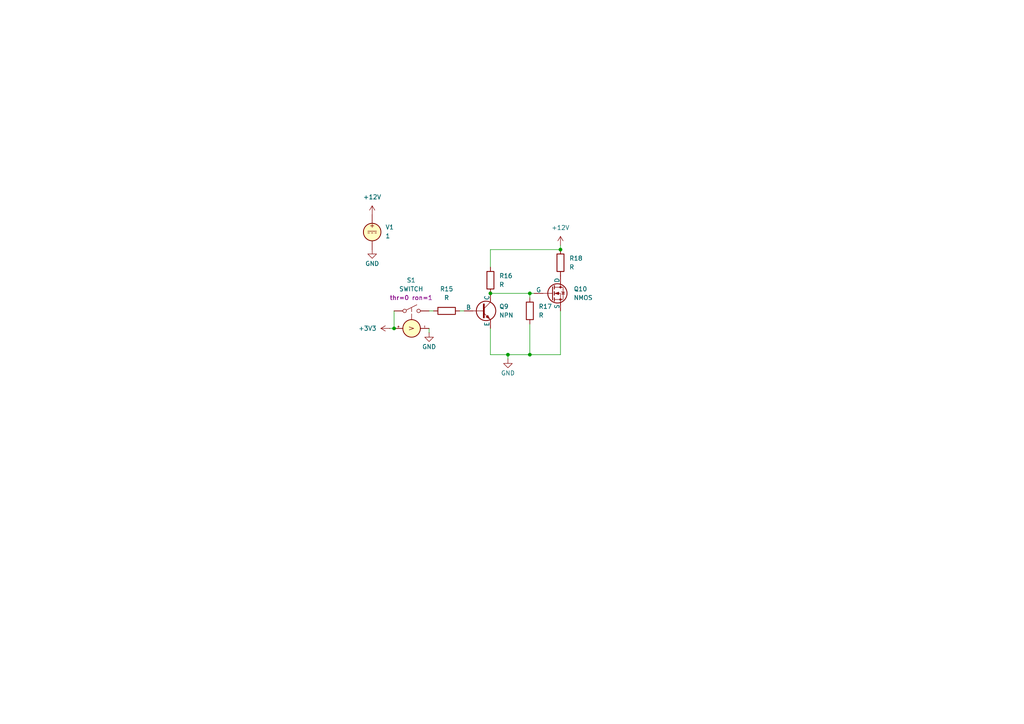
<source format=kicad_sch>
(kicad_sch (version 20231120) (generator "eeschema") (generator_version "8.0")
  (paper "A4")
  (lib_symbols
    (symbol "Device:R" (pin_numbers hide) (pin_names (offset 0))
      (property "Reference" "R" (at 2.032 0 90))
      (property "Value" "R" (at 0 0 90))
      (symbol "R_0_1"
        (rectangle (start -1.016 -2.54) (end 1.016 2.54) (stroke (width 0.254)))
      )
      (symbol "R_1_1"
        (pin passive line (at 0 3.81 270) (length 1.27) (name "~") (number "1"))
        (pin passive line (at 0 -3.81 90) (length 1.27) (name "~") (number "2"))
      )
    )
    (symbol "GND_1" (power) (pin_numbers hide) (pin_names (offset 0) hide)
      (property "Value" "GND" (at 0 -3.81 0))
      (symbol "GND_1_0_1"
        (polyline (pts (xy 0 0) (xy 0 -1.27) (xy 1.27 -1.27) (xy 0 -2.54) (xy -1.27 -1.27) (xy 0 -1.27)))
      )
      (symbol "GND_1_1_1"
        (pin power_in line (at 0 0 270) (length 0) (name "~") (number "1"))
      )
    )
    (symbol "Simulation_SPICE:NMOS" (pin_numbers hide) (pin_names (offset 0))
      (property "Reference" "Q" (at 5.08 1.27 0))
      (property "Value" "NMOS" (at 5.08 -1.27 0))
      (symbol "NMOS_0_1"
        (polyline (pts (xy 0.254 0) (xy -2.54 0)))
        (polyline (pts (xy 0.254 1.905) (xy 0.254 -1.905)) (stroke (width 0.254)))
        (polyline (pts (xy 0.762 -1.27) (xy 0.762 -2.286)) (stroke (width 0.254)))
        (polyline (pts (xy 0.762 0.508) (xy 0.762 -0.508)) (stroke (width 0.254)))
        (polyline (pts (xy 0.762 2.286) (xy 0.762 1.27)) (stroke (width 0.254)))
        (polyline (pts (xy 2.54 2.54) (xy 2.54 1.778)))
        (polyline (pts (xy 2.54 -2.54) (xy 2.54 0) (xy 0.762 0)))
        (polyline (pts (xy 0.762 -1.778) (xy 3.302 -1.778) (xy 3.302 1.778) (xy 0.762 1.778)))
        (polyline (pts (xy 1.016 0) (xy 2.032 0.381) (xy 2.032 -0.381) (xy 1.016 0)) (fill (type outline)))
        (polyline (pts (xy 2.794 0.508) (xy 2.921 0.381) (xy 3.683 0.381) (xy 3.81 0.254)))
        (polyline (pts (xy 3.302 0.381) (xy 2.921 -0.254) (xy 3.683 -0.254) (xy 3.302 0.381)))
        (circle (center 1.651 0) (radius 2.794) (stroke (width 0.254)))
        (circle (center 2.54 -1.778) (radius 0.254) (fill (type outline)))
        (circle (center 2.54 1.778) (radius 0.254) (fill (type outline)))
      )
      (symbol "NMOS_1_1"
        (pin passive line (at 2.54 5.08 270) (length 2.54) (name "D") (number "1"))
        (pin input line (at -5.08 0 0) (length 2.54) (name "G") (number "2"))
        (pin passive line (at 2.54 -5.08 90) (length 2.54) (name "S") (number "3"))
      )
    )
    (symbol "Simulation_SPICE:NPN" (pin_numbers hide) (pin_names (offset 0))
      (property "Reference" "Q" (at -2.54 7.62 0))
      (property "Value" "NPN" (at -2.54 5.08 0))
      (symbol "NPN_0_1"
        (polyline (pts (xy -2.54 0) (xy 0.635 0)) (stroke (width 0.1524)))
        (polyline (pts (xy 0.635 0.635) (xy 2.54 2.54)))
        (polyline (pts (xy 2.794 -1.27) (xy 2.794 -1.27)) (stroke (width 0.1524)))
        (polyline (pts (xy 2.794 -1.27) (xy 2.794 -1.27)) (stroke (width 0.1524)))
        (polyline (pts (xy 0.635 -0.635) (xy 2.54 -2.54) (xy 2.54 -2.54)))
        (polyline (pts (xy 0.635 1.905) (xy 0.635 -1.905) (xy 0.635 -1.905)) (stroke (width 0.508)))
        (polyline (pts (xy 1.27 -1.778) (xy 1.778 -1.27) (xy 2.286 -2.286) (xy 1.27 -1.778) (xy 1.27 -1.778)) (fill (type outline)))
        (circle (center 1.27 0) (radius 2.8194) (stroke (width 0.254)))
      )
      (symbol "NPN_1_1"
        (pin open_collector line (at 2.54 5.08 270) (length 2.54) (name "C") (number "1"))
        (pin input line (at -5.08 0 0) (length 2.54) (name "B") (number "2"))
        (pin open_emitter line (at 2.54 -5.08 90) (length 2.54) (name "E") (number "3"))
      )
    )
    (symbol "Simulation_SPICE:SWITCH" (pin_numbers hide) (pin_names (offset 1.016) hide)
      (property "Reference" "S" (at 2.54 2.54 0))
      (property "Value" "SWITCH" (at 2.54 0 0))
      (property "Sim.Params" "thr=0 ron=1" (at 2.54 -2.54 0))
      (symbol "SWITCH_0_1"
        (circle (center 0 -2.032) (radius 0.508))
        (polyline (pts (xy 0.254 1.524) (xy 1.778 -1.524)))
        (circle (center 0 2.032) (radius 0.508))
      )
      (symbol "SWITCH_1_1"
        (circle (center -5.08 0) (radius 2.54) (stroke (width 0.254)) (fill (type background)))
        (polyline (pts (xy -4.826 -3.81) (xy -4.318 -3.81)))
        (polyline (pts (xy -4.826 3.81) (xy -4.318 3.81)))
        (polyline (pts (xy -4.572 4.064) (xy -4.572 3.556)))
        (polyline (pts (xy -2.54 0) (xy 0.889 0)) (stroke (width 0) (type dash)))
        (text "V" (at -5.08 0 0) (effects (font (size 1.27 1.27))))
        (pin passive line (at 0 5.08 270) (length 2.54) (name "N+") (number "1"))
        (pin passive line (at 0 -5.08 90) (length 2.54) (name "N-") (number "2"))
        (pin input line (at -5.08 5.08 270) (length 2.54) (name "C+") (number "3"))
        (pin input line (at -5.08 -5.08 90) (length 2.54) (name "C-") (number "4"))
      )
    )
    (symbol "Simulation_SPICE:VDC" (pin_numbers hide) (pin_names (offset 0.0254))
      (property "Reference" "V" (at 2.54 2.54 0))
      (property "Value" "1" (at 2.54 0 0))
      (symbol "VDC_0_0"
        (polyline (pts (xy -1.27 0.254) (xy 1.27 0.254)))
        (polyline (pts (xy -0.762 -0.254) (xy -1.27 -0.254)))
        (polyline (pts (xy 0.254 -0.254) (xy -0.254 -0.254)))
        (polyline (pts (xy 1.27 -0.254) (xy 0.762 -0.254)))
        (text "+" (at 0 1.905 0) (effects (font (size 1.27 1.27))))
      )
      (symbol "VDC_0_1"
        (circle (center 0 0) (radius 2.54) (stroke (width 0.254)) (fill (type background)))
      )
      (symbol "VDC_1_1"
        (pin passive line (at 0 5.08 270) (length 2.54) (name "~") (number "1"))
        (pin passive line (at 0 -5.08 90) (length 2.54) (name "~") (number "2"))
      )
    )
    (symbol "power:+12V" (power) (pin_names (offset 0))
      (property "Value" "+12V" (at 0 3.556 0))
      (symbol "+12V_0_1"
        (polyline (pts (xy -0.762 1.27) (xy 0 2.54)))
        (polyline (pts (xy 0 0) (xy 0 2.54)))
        (polyline (pts (xy 0 2.54) (xy 0.762 1.27)))
      )
      (symbol "+12V_1_1"
        (pin power_in line (at 0 0 90) (length 0) hide (name "+12V") (number "1"))
      )
    )
    (symbol "power:+3V3" (power) (pin_numbers hide) (pin_names (offset 0) hide)
      (property "Value" "+3V3" (at 0 3.556 0))
      (symbol "+3V3_0_1"
        (polyline (pts (xy -0.762 1.27) (xy 0 2.54)))
        (polyline (pts (xy 0 0) (xy 0 2.54)))
        (polyline (pts (xy 0 2.54) (xy 0.762 1.27)))
      )
      (symbol "+3V3_1_1"
        (pin power_in line (at 0 0 90) (length 0) (name "~") (number "1"))
      )
    )
  )
  (junction (at 153.67 85.09))
  (junction (at 142.24 85.09))
  (junction (at 147.32 102.87))
  (junction (at 162.56 72.39))
  (junction (at 153.67 102.87))
  (junction (at 114.3 95.25))
  (wire (pts (xy 142.24 85.09) (xy 153.67 85.09)))
  (wire (pts (xy 147.32 102.87) (xy 153.67 102.87)))
  (wire (pts (xy 114.3 90.17) (xy 114.3 95.25)))
  (wire (pts (xy 162.56 71.12) (xy 162.56 72.39)))
  (wire (pts (xy 162.56 90.17) (xy 162.56 102.87)))
  (wire (pts (xy 124.46 95.25) (xy 124.46 96.52)))
  (wire (pts (xy 153.67 102.87) (xy 162.56 102.87)))
  (wire (pts (xy 133.35 90.17) (xy 134.62 90.17)))
  (wire (pts (xy 142.24 72.39) (xy 162.56 72.39)))
  (wire (pts (xy 153.67 85.09) (xy 153.67 86.36)))
  (wire (pts (xy 113.03 95.25) (xy 114.3 95.25)))
  (wire (pts (xy 153.67 85.09) (xy 154.94 85.09)))
  (wire (pts (xy 124.46 90.17) (xy 125.73 90.17)))
  (wire (pts (xy 142.24 102.87) (xy 147.32 102.87)))
  (wire (pts (xy 147.32 104.14) (xy 147.32 102.87)))
  (wire (pts (xy 153.67 93.98) (xy 153.67 102.87)))
  (wire (pts (xy 142.24 95.25) (xy 142.24 102.87)))
  (wire (pts (xy 142.24 77.47) (xy 142.24 72.39)))
  (symbol (lib_id "power:+12V") (at 107.95 62.23 0) (unit 1)
    (property "Reference" "#PWR038" (effects (hide yes)))
    (property "Value" "+12V" (at 107.95 57.15 0))
  )
  (symbol (lib_id "power:+12V") (at 162.56 71.12 0) (unit 1)
    (property "Reference" "#PWR037" (effects (hide yes)))
    (property "Value" "+12V" (at 162.56 66.04 0))
  )
  (symbol (lib_id "Simulation_SPICE:SWITCH") (at 119.38 90.17 90) (unit 1)
    (property "Reference" "S1" (at 119.253 81.28 90))
    (property "Value" "SWITCH" (at 119.253 83.82 90))
    (property "Datasheet" "https://ngspice.sourceforge.io/docs/ngspice-html-manual/manual.xhtml#subsec_Switches" (effects (hide yes)))
    (property "Description" "Voltage controlled switch symbol for simulation only" (effects (hide yes)))
    (property "Sim.Device" "SW" (effects (hide yes)))
    (property "Sim.Type" "V" (effects (hide yes)))
    (property "Sim.Params" "thr=0 ron=1" (at 119.253 86.36 90))
    (property "Sim.Pins" "1=no+ 2=no- 3=ctrl+ 4=ctrl-" (effects (hide yes)))
  )
  (symbol (lib_id "Device:R") (at 153.67 90.17 0) (unit 1)
    (property "Reference" "R17" (at 156.21 88.8999 0) (effects (justify left)))
    (property "Value" "R" (at 156.21 91.4399 0) (effects (justify left)))
    (property "Description" "Resistor" (effects (hide yes)))
  )
  (symbol (lib_id "Simulation_SPICE:NPN") (at 139.7 90.17 0) (unit 1)
    (property "Reference" "Q9" (at 144.78 88.8999 0) (effects (justify left)))
    (property "Value" "NPN" (at 144.78 91.4399 0) (effects (justify left)))
    (property "Datasheet" "https://ngspice.sourceforge.io/docs/ngspice-html-manual/manual.xhtml#cha_BJTs" (effects (hide yes)))
    (property "Description" "Bipolar transistor symbol for simulation only, substrate tied to the emitter" (effects (hide yes)))
    (property "Sim.Device" "NPN" (effects (hide yes)))
    (property "Sim.Type" "GUMMELPOON" (effects (hide yes)))
    (property "Sim.Pins" "1=C 2=B 3=E" (effects (hide yes)))
  )
  (symbol (lib_id "Device:R") (at 142.24 81.28 0) (unit 1)
    (property "Reference" "R16" (at 144.78 80.0099 0) (effects (justify left)))
    (property "Value" "R" (at 144.78 82.5499 0) (effects (justify left)))
    (property "Description" "Resistor" (effects (hide yes)))
  )
  (symbol (lib_id "Device:R") (at 129.54 90.17 90) (unit 1)
    (property "Reference" "R15" (at 129.54 83.82 90))
    (property "Value" "R" (at 129.54 86.36 90))
    (property "Description" "Resistor" (effects (hide yes)))
  )
  (symbol (lib_name "GND_1") (lib_id "power:GND") (at 147.32 104.14 0) (unit 1)
    (property "Reference" "#PWR035" (effects (hide yes)))
    (property "Value" "GND" (at 147.32 108.204 0))
    (property "Description" "Power symbol creates a global label with name \"GND\" , ground" (effects (hide yes)))
  )
  (symbol (lib_name "GND_1") (lib_id "power:GND") (at 107.95 72.39 0) (unit 1)
    (property "Reference" "#PWR039" (effects (hide yes)))
    (property "Value" "GND" (at 107.95 76.454 0))
    (property "Description" "Power symbol creates a global label with name \"GND\" , ground" (effects (hide yes)))
  )
  (symbol (lib_id "Simulation_SPICE:VDC") (at 107.95 67.31 0) (unit 1)
    (property "Reference" "V1" (at 111.76 65.9101 0) (effects (justify left)))
    (property "Value" "1" (at 111.76 68.4501 0) (effects (justify left)))
    (property "Datasheet" "https://ngspice.sourceforge.io/docs/ngspice-html-manual/manual.xhtml#sec_Independent_Sources_for" (effects (hide yes)))
    (property "Description" "Voltage source, DC" (effects (hide yes)))
    (property "Sim.Pins" "1=+ 2=-" (effects (hide yes)))
    (property "Sim.Type" "DC" (effects (hide yes)))
    (property "Sim.Device" "V" (effects (hide yes)))
  )
  (symbol (lib_id "Device:R") (at 162.56 76.2 0) (unit 1)
    (property "Reference" "R18" (at 165.1 74.9299 0) (effects (justify left)))
    (property "Value" "R" (at 165.1 77.4699 0) (effects (justify left)))
    (property "Description" "Resistor" (effects (hide yes)))
  )
  (symbol (lib_id "Simulation_SPICE:NMOS") (at 160.02 85.09 0) (unit 1)
    (property "Reference" "Q10" (at 166.37 83.8199 0) (effects (justify left)))
    (property "Value" "NMOS" (at 166.37 86.3599 0) (effects (justify left)))
    (property "Datasheet" "https://ngspice.sourceforge.io/docs/ngspice-html-manual/manual.xhtml#cha_MOSFETs" (effects (hide yes)))
    (property "Description" "N-MOSFET transistor, drain/source/gate" (effects (hide yes)))
    (property "Sim.Device" "NMOS" (effects (hide yes)))
    (property "Sim.Type" "VDMOS" (effects (hide yes)))
    (property "Sim.Pins" "1=D 2=G 3=S" (effects (hide yes)))
  )
  (symbol (lib_name "GND_1") (lib_id "power:GND") (at 124.46 96.52 0) (unit 1)
    (property "Reference" "#PWR040" (effects (hide yes)))
    (property "Value" "GND" (at 124.46 100.584 0))
    (property "Description" "Power symbol creates a global label with name \"GND\" , ground" (effects (hide yes)))
  )
  (symbol (lib_id "power:+3V3") (at 113.03 95.25 90) (unit 1)
    (property "Reference" "#PWR036" (effects (hide yes)))
    (property "Value" "+3V3" (at 109.22 95.2499 90) (effects (justify left)))
    (property "Description" "Power symbol creates a global label with name \"+3V3\"" (effects (hide yes)))
  )
)
</source>
